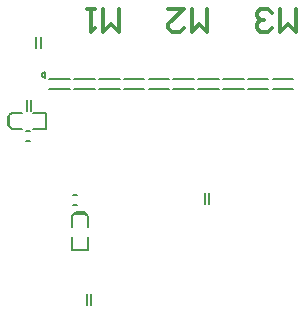
<source format=gto>
G04*
G04 #@! TF.GenerationSoftware,Altium Limited,Altium Designer,19.1.8 (144)*
G04*
G04 Layer_Color=65535*
%FSLAX43Y43*%
%MOMM*%
G71*
G01*
G75*
%ADD10C,0.200*%
%ADD11C,0.127*%
%ADD12C,0.300*%
D10*
X3225Y25622D02*
G03*
X3225Y25147I0J-237D01*
G01*
Y25405D01*
Y25365D02*
Y25622D01*
D11*
X22524Y25000D02*
X24276D01*
X22524Y24200D02*
X24276D01*
X16224Y25000D02*
X17976D01*
X16224Y24200D02*
X17976D01*
X14124Y25000D02*
X15876D01*
X14124Y24200D02*
X15876D01*
X7824Y25000D02*
X9576D01*
X7824Y24200D02*
X9576D01*
X5724Y25000D02*
X7476D01*
X5724Y24200D02*
X7476D01*
X7178Y5924D02*
Y6876D01*
X6822Y5924D02*
Y6876D01*
X16822Y14424D02*
Y15376D01*
X17178Y14424D02*
Y15376D01*
X5850Y13775D02*
X6550D01*
X5525Y10550D02*
Y11650D01*
X6875Y10550D02*
Y11650D01*
X5525Y10550D02*
X6875D01*
X5525Y12550D02*
Y13450D01*
X6875Y12550D02*
Y13450D01*
X6675Y13650D02*
X6875Y13450D01*
X6550Y13775D02*
X6700Y13625D01*
X5675Y13600D02*
X5850Y13775D01*
X5725Y13650D02*
X6675D01*
X5525Y13450D02*
X5725Y13650D01*
X5648Y14394D02*
X5952D01*
X5648Y15206D02*
X5952D01*
X2078Y22324D02*
Y23276D01*
X1722Y22324D02*
Y23276D01*
X2878Y27624D02*
Y28576D01*
X2522Y27624D02*
Y28576D01*
X18324Y24200D02*
X20076D01*
X18324Y25000D02*
X20076D01*
X20424Y24200D02*
X22176D01*
X20424Y25000D02*
X22176D01*
X9924D02*
X11676D01*
X9924Y24200D02*
X11676D01*
X12024Y25000D02*
X13776D01*
X12024Y24200D02*
X13776D01*
X3624Y25000D02*
X5376D01*
X3624Y24200D02*
X5376D01*
X125Y21150D02*
Y21850D01*
X2250Y20825D02*
X3350D01*
X2250Y22175D02*
X3350D01*
Y20825D02*
Y22175D01*
X450Y20825D02*
X1350D01*
X450Y22175D02*
X1350D01*
X250Y21975D02*
X450Y22175D01*
X125Y21850D02*
X275Y22000D01*
X125Y21150D02*
X300Y20975D01*
X250Y21025D02*
Y21975D01*
Y21025D02*
X450Y20825D01*
X1648Y20606D02*
X1952D01*
X1648Y19794D02*
X1952D01*
D12*
X24500Y31000D02*
Y29001D01*
X23834Y29667D01*
X23167Y29001D01*
Y31000D01*
X22501Y29334D02*
X22167Y29001D01*
X21501D01*
X21168Y29334D01*
Y29667D01*
X21501Y30000D01*
X21834D01*
X21501D01*
X21168Y30334D01*
Y30667D01*
X21501Y31000D01*
X22167D01*
X22501Y30667D01*
X17000Y31000D02*
Y29001D01*
X16334Y29667D01*
X15667Y29001D01*
Y31000D01*
X13668D02*
X15001D01*
X13668Y29667D01*
Y29334D01*
X14001Y29001D01*
X14667D01*
X15001Y29334D01*
X9500Y31000D02*
Y29001D01*
X8834Y29667D01*
X8167Y29001D01*
Y31000D01*
X7501D02*
X6834D01*
X7167D01*
Y29001D01*
X7501Y29334D01*
M02*

</source>
